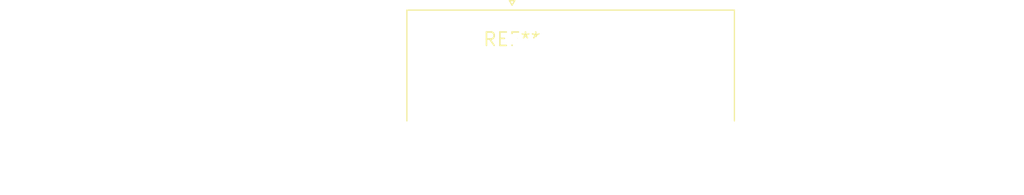
<source format=kicad_pcb>
(kicad_pcb (version 20240108) (generator pcbnew)
  (layers (0 "F.Cu" signal) (31 "B.Cu" signal) (34 "B.Paste" user) (35 "F.Paste" user) (36 "B.SilkS" user "B.Silkscreen") (37 "F.SilkS" user "F.Silkscreen") (38 "B.Mask" user) (39 "F.Mask" user) (44 "Edge.Cuts" user))
  (net 0 "")
  (footprint "DSUB-9_Male_Horizontal_P2.77x2.84mm_EdgePinOffset4.94mm_Housed_MountingHolesOffset7.48mm" (layer "F.Cu") (at 0 0)
    (property "Reference" "REF**")
    (property "Value" "DSUB-9_Male_Horizontal_P2.77x2.84mm_EdgePinOffset4.94mm_Housed_MountingHolesOffset7.48mm")
    (fp_line (start -9.945 -2.76) (end 21.025 -2.76) (layer "F.SilkS") (stroke (width 0.12)))
    (fp_line (start -9.945 7.72) (end -9.945 -2.76) (layer "F.SilkS") (stroke (width 0.12)))
    (fp_line (start -0.25 -3.654338) (end 0.25 -3.654338) (layer "F.SilkS") (stroke (width 0.12)))
    (fp_line (start 0 -3.221325) (end -0.25 -3.654338) (layer "F.SilkS") (stroke (width 0.12)))
    (fp_line (start 0.25 -3.654338) (end 0 -3.221325) (layer "F.SilkS") (stroke (width 0.12)))
    (fp_line (start 21.025 -2.76) (end 21.025 7.72) (layer "F.SilkS") (stroke (width 0.12)))
    (pad "0" thru_hole circle (at -6.96 0.3) (size 4 4) (drill 3.2) (layers *.Cu *.Mask) (remove_unused_layers))
    (pad "0" thru_hole circle (at 18.04 0.3) (size 4 4) (drill 3.2) (layers *.Cu *.Mask) (remove_unused_layers))
    (pad "1" thru_hole rect (at 0 0) (size 1.6 1.6) (drill 1) (layers *.Cu *.Mask) (remove_unused_layers))
    (pad "2" thru_hole circle (at 2.77 0) (size 1.6 1.6) (drill 1) (layers *.Cu *.Mask) (remove_unused_layers))
    (pad "3" thru_hole circle (at 5.54 0) (size 1.6 1.6) (drill 1) (layers *.Cu *.Mask) (remove_unused_layers))
    (pad "4" thru_hole circle (at 8.31 0) (size 1.6 1.6) (drill 1) (layers *.Cu *.Mask) (remove_unused_layers))
    (pad "5" thru_hole circle (at 11.08 0) (size 1.6 1.6) (drill 1) (layers *.Cu *.Mask) (remove_unused_layers))
    (pad "6" thru_hole circle (at 1.385 2.84) (size 1.6 1.6) (drill 1) (layers *.Cu *.Mask) (remove_unused_layers))
    (pad "7" thru_hole circle (at 4.155 2.84) (size 1.6 1.6) (drill 1) (layers *.Cu *.Mask) (remove_unused_layers))
    (pad "8" thru_hole circle (at 6.925 2.84) (size 1.6 1.6) (drill 1) (layers *.Cu *.Mask) (remove_unused_layers))
    (pad "9" thru_hole circle (at 9.695 2.84) (size 1.6 1.6) (drill 1) (layers *.Cu *.Mask) (remove_unused_layers))
  )
)
</source>
